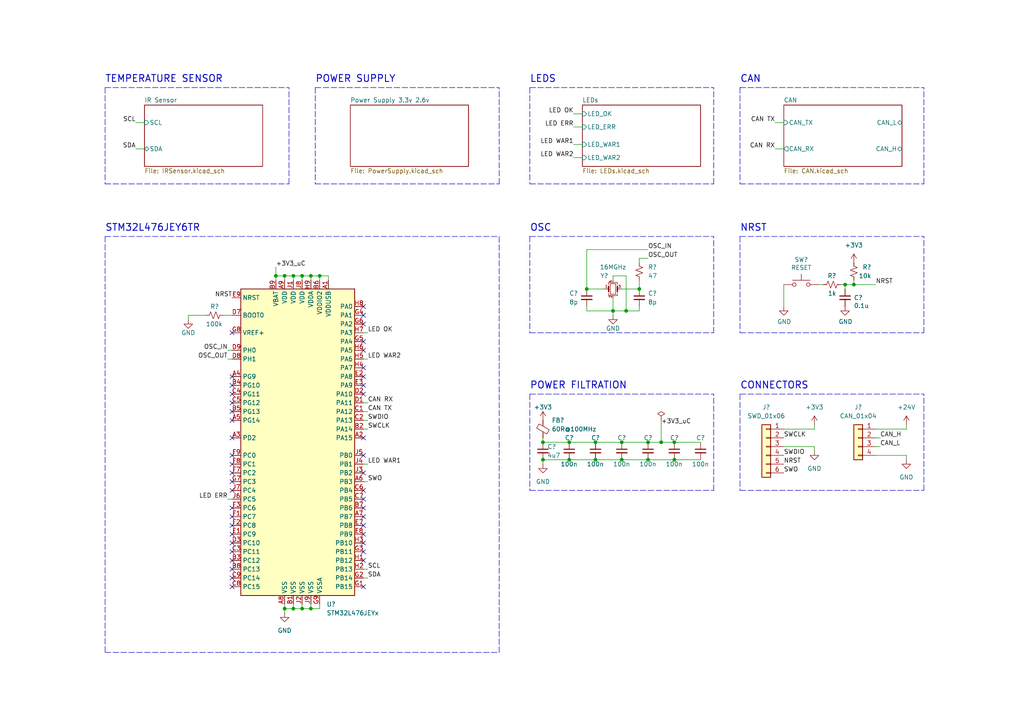
<source format=kicad_sch>
(kicad_sch (version 20211123) (generator eeschema)
  (paper "A4")
  (title_block (title "Tire Temp Sensor v2.0"))
  (lib_symbols
    (symbol "Connector_Generic:Conn_01x04" (pin_names (offset 1.016) hide)
      (property "Reference" "J" (at 0 5.08 0))
      (property "Value" "Conn_01x04" (at 0 -7.62 0))
      (symbol "Conn_01x04_1_1"
        (rectangle (start -1.27 -4.953) (end 0 -5.207) (stroke (width 0.1524)))
        (rectangle (start -1.27 -2.413) (end 0 -2.667) (stroke (width 0.1524)))
        (rectangle (start -1.27 0.127) (end 0 -0.127) (stroke (width 0.1524)))
        (rectangle (start -1.27 2.667) (end 0 2.413) (stroke (width 0.1524)))
        (rectangle (start -1.27 3.81) (end 1.27 -6.35) (stroke (width 0.254)) (fill (type background)))
        (pin passive line (at -5.08 2.54 0) (length 3.81) (name "Pin_1") (number "1"))
        (pin passive line (at -5.08 0 0) (length 3.81) (name "Pin_2") (number "2"))
        (pin passive line (at -5.08 -2.54 0) (length 3.81) (name "Pin_3") (number "3"))
        (pin passive line (at -5.08 -5.08 0) (length 3.81) (name "Pin_4") (number "4"))
      )
    )
    (symbol "Connector_Generic:Conn_01x06" (pin_names (offset 1.016) hide)
      (property "Reference" "J" (at 0 7.62 0))
      (property "Value" "Conn_01x06" (at 0 -10.16 0))
      (symbol "Conn_01x06_1_1"
        (rectangle (start -1.27 -7.493) (end 0 -7.747) (stroke (width 0.1524)))
        (rectangle (start -1.27 -4.953) (end 0 -5.207) (stroke (width 0.1524)))
        (rectangle (start -1.27 -2.413) (end 0 -2.667) (stroke (width 0.1524)))
        (rectangle (start -1.27 0.127) (end 0 -0.127) (stroke (width 0.1524)))
        (rectangle (start -1.27 2.667) (end 0 2.413) (stroke (width 0.1524)))
        (rectangle (start -1.27 5.207) (end 0 4.953) (stroke (width 0.1524)))
        (rectangle (start -1.27 6.35) (end 1.27 -8.89) (stroke (width 0.254)) (fill (type background)))
        (pin passive line (at -5.08 5.08 0) (length 3.81) (name "Pin_1") (number "1"))
        (pin passive line (at -5.08 2.54 0) (length 3.81) (name "Pin_2") (number "2"))
        (pin passive line (at -5.08 0 0) (length 3.81) (name "Pin_3") (number "3"))
        (pin passive line (at -5.08 -2.54 0) (length 3.81) (name "Pin_4") (number "4"))
        (pin passive line (at -5.08 -5.08 0) (length 3.81) (name "Pin_5") (number "5"))
        (pin passive line (at -5.08 -7.62 0) (length 3.81) (name "Pin_6") (number "6"))
      )
    )
    (symbol "Device:C_Small" (pin_numbers hide) (pin_names (offset 0.254) hide)
      (property "Reference" "C" (at 0.254 1.778 0))
      (property "Value" "C_Small" (at 0.254 -2.032 0))
      (symbol "C_Small_0_1"
        (polyline (pts (xy -1.524 -0.508) (xy 1.524 -0.508)) (stroke (width 0.3302)))
        (polyline (pts (xy -1.524 0.508) (xy 1.524 0.508)) (stroke (width 0.3048)))
      )
      (symbol "C_Small_1_1"
        (pin passive line (at 0 2.54 270) (length 2.032) (name "~") (number "1"))
        (pin passive line (at 0 -2.54 90) (length 2.032) (name "~") (number "2"))
      )
    )
    (symbol "Device:Crystal_GND24_Small" (pin_names (offset 1.016) hide)
      (property "Reference" "Y" (at 1.27 4.445 0))
      (property "Value" "Crystal_GND24_Small" (at 1.27 2.54 0))
      (symbol "Crystal_GND24_Small_0_1"
        (rectangle (start -0.762 -1.524) (end 0.762 1.524))
        (polyline (pts (xy -1.27 -0.762) (xy -1.27 0.762)) (stroke (width 0.381)))
        (polyline (pts (xy 1.27 -0.762) (xy 1.27 0.762)) (stroke (width 0.381)))
        (polyline (pts (xy -1.27 -1.27) (xy -1.27 -1.905) (xy 1.27 -1.905) (xy 1.27 -1.27)))
        (polyline (pts (xy -1.27 1.27) (xy -1.27 1.905) (xy 1.27 1.905) (xy 1.27 1.27)))
      )
      (symbol "Crystal_GND24_Small_1_1"
        (pin passive line (at -2.54 0 0) (length 1.27) (name "1") (number "1"))
        (pin passive line (at 0 -2.54 90) (length 0.635) (name "2") (number "2"))
        (pin passive line (at 2.54 0 180) (length 1.27) (name "3") (number "3"))
        (pin passive line (at 0 2.54 270) (length 0.635) (name "4") (number "4"))
      )
    )
    (symbol "Device:FerriteBead_Small" (pin_numbers hide) (pin_names (offset 0))
      (property "Reference" "FB" (at 1.905 1.27 0))
      (property "Value" "FerriteBead_Small" (at 1.905 -1.27 0))
      (symbol "FerriteBead_Small_0_1"
        (polyline (pts (xy 0 -1.27) (xy 0 -0.7874)))
        (polyline (pts (xy 0 0.889) (xy 0 1.2954)))
        (polyline (pts (xy -1.8288 0.2794) (xy -1.1176 1.4986) (xy 1.8288 -0.2032) (xy 1.1176 -1.4224) (xy -1.8288 0.2794)))
      )
      (symbol "FerriteBead_Small_1_1"
        (pin passive line (at 0 2.54 270) (length 1.27) (name "~") (number "1"))
        (pin passive line (at 0 -2.54 90) (length 1.27) (name "~") (number "2"))
      )
    )
    (symbol "Device:R_Small_US" (pin_numbers hide) (pin_names (offset 0.254) hide)
      (property "Reference" "R" (at 0.762 0.508 0))
      (property "Value" "R_Small_US" (at 0.762 -1.016 0))
      (symbol "R_Small_US_1_1"
        (polyline (pts (xy 0 0) (xy 1.016 -0.381) (xy 0 -0.762) (xy -1.016 -1.143) (xy 0 -1.524)))
        (polyline (pts (xy 0 1.524) (xy 1.016 1.143) (xy 0 0.762) (xy -1.016 0.381) (xy 0 0)))
        (pin passive line (at 0 2.54 270) (length 1.016) (name "~") (number "1"))
        (pin passive line (at 0 -2.54 90) (length 1.016) (name "~") (number "2"))
      )
    )
    (symbol "MCU_ST_STM32L4:STM32L476JEYx"
      (property "Reference" "U" (at -17.78 44.45 0))
      (property "Value" "STM32L476JEYx" (at 10.16 44.45 0))
      (symbol "STM32L476JEYx_0_1"
        (rectangle (start -17.78 -45.72) (end 15.24 43.18) (stroke (width 0.254)) (fill (type background)))
      )
      (symbol "STM32L476JEYx_1_1"
        (pin power_in line (at 7.62 45.72 270) (length 2.54) (name "VDDUSB") (number "A1"))
        (pin bidirectional line (at 17.78 0 180) (length 2.54) (name "PA15") (number "A2"))
        (pin bidirectional line (at -20.32 0 0) (length 2.54) (name "PD2") (number "A3"))
        (pin bidirectional line (at -20.32 17.78 0) (length 2.54) (name "PG9") (number "A4"))
        (pin bidirectional line (at -20.32 5.08 0) (length 2.54) (name "PG14") (number "A5"))
        (pin bidirectional line (at 17.78 -12.7 180) (length 2.54) (name "PB3") (number "A6"))
        (pin bidirectional line (at 17.78 -22.86 180) (length 2.54) (name "PB7") (number "A7"))
        (pin power_in line (at -5.08 -48.26 90) (length 2.54) (name "VSS") (number "A8"))
        (pin power_in line (at -5.08 45.72 270) (length 2.54) (name "VDD") (number "A9"))
        (pin power_in line (at -2.54 -48.26 90) (length 2.54) (name "VSS") (number "B1"))
        (pin bidirectional line (at 17.78 2.54 180) (length 2.54) (name "PA14") (number "B2"))
        (pin bidirectional line (at -20.32 -35.56 0) (length 2.54) (name "PC12") (number "B3"))
        (pin bidirectional line (at -20.32 15.24 0) (length 2.54) (name "PG10") (number "B4"))
        (pin bidirectional line (at -20.32 7.62 0) (length 2.54) (name "PG13") (number "B5"))
        (pin power_in line (at 5.08 45.72 270) (length 2.54) (name "VDDIO2") (number "B6"))
        (pin bidirectional line (at 17.78 -20.32 180) (length 2.54) (name "PB6") (number "B7"))
        (pin bidirectional line (at -20.32 -38.1 0) (length 2.54) (name "PC13") (number "B8"))
        (pin power_in line (at -7.62 45.72 270) (length 2.54) (name "VBAT") (number "B9"))
        (pin bidirectional line (at 17.78 7.62 180) (length 2.54) (name "PA12") (number "C1"))
        (pin bidirectional line (at 17.78 5.08 180) (length 2.54) (name "PA13") (number "C2"))
        (pin bidirectional line (at -20.32 -33.02 0) (length 2.54) (name "PC11") (number "C3"))
        (pin bidirectional line (at -20.32 12.7 0) (length 2.54) (name "PG11") (number "C4"))
        (pin bidirectional line (at -20.32 10.16 0) (length 2.54) (name "PG12") (number "C5"))
        (pin bidirectional line (at 17.78 -15.24 180) (length 2.54) (name "PB4") (number "C6"))
        (pin bidirectional line (at 17.78 -17.78 180) (length 2.54) (name "PB5") (number "C7"))
        (pin bidirectional line (at -20.32 -43.18 0) (length 2.54) (name "PC15") (number "C8"))
        (pin bidirectional line (at -20.32 -40.64 0) (length 2.54) (name "PC14") (number "C9"))
        (pin bidirectional line (at 17.78 10.16 180) (length 2.54) (name "PA11") (number "D1"))
        (pin bidirectional line (at 17.78 12.7 180) (length 2.54) (name "PA10") (number "D2"))
        (pin bidirectional line (at -20.32 -30.48 0) (length 2.54) (name "PC10") (number "D3"))
        (pin input line (at -20.32 35.56 0) (length 2.54) (name "BOOT0") (number "D7"))
        (pin input line (at -20.32 22.86 0) (length 2.54) (name "PH1") (number "D8"))
        (pin input line (at -20.32 25.4 0) (length 2.54) (name "PH0") (number "D9"))
        (pin bidirectional line (at -20.32 -27.94 0) (length 2.54) (name "PC9") (number "E1"))
        (pin bidirectional line (at 17.78 17.78 180) (length 2.54) (name "PA8") (number "E2"))
        (pin bidirectional line (at 17.78 15.24 180) (length 2.54) (name "PA9") (number "E3"))
        (pin bidirectional line (at 17.78 -25.4 180) (length 2.54) (name "PB8") (number "E7"))
        (pin bidirectional line (at 17.78 -27.94 180) (length 2.54) (name "PB9") (number "E8"))
        (pin input line (at -20.32 40.64 0) (length 2.54) (name "NRST") (number "E9"))
        (pin bidirectional line (at -20.32 -22.86 0) (length 2.54) (name "PC7") (number "F1"))
        (pin bidirectional line (at -20.32 -25.4 0) (length 2.54) (name "PC8") (number "F2"))
        (pin bidirectional line (at -20.32 -20.32 0) (length 2.54) (name "PC6") (number "F3"))
        (pin bidirectional line (at -20.32 -10.16 0) (length 2.54) (name "PC2") (number "F7"))
        (pin bidirectional line (at -20.32 -7.62 0) (length 2.54) (name "PC1") (number "F8"))
        (pin bidirectional line (at -20.32 -5.08 0) (length 2.54) (name "PC0") (number "F9"))
        (pin bidirectional line (at 17.78 -43.18 180) (length 2.54) (name "PB15") (number "G1"))
        (pin bidirectional line (at 17.78 -40.64 180) (length 2.54) (name "PB14") (number "G2"))
        (pin bidirectional line (at 17.78 -33.02 180) (length 2.54) (name "PB11") (number "G3"))
        (pin bidirectional line (at 17.78 35.56 180) (length 2.54) (name "PA1") (number "G4"))
        (pin bidirectional line (at 17.78 27.94 180) (length 2.54) (name "PA4") (number "G5"))
        (pin bidirectional line (at 17.78 33.02 180) (length 2.54) (name "PA2") (number "G6"))
        (pin bidirectional line (at -20.32 -12.7 0) (length 2.54) (name "PC3") (number "G7"))
        (pin bidirectional line (at -20.32 30.48 0) (length 2.54) (name "VREF+") (number "G8"))
        (pin power_in line (at 5.08 -48.26 90) (length 2.54) (name "VSSA") (number "G9"))
        (pin bidirectional line (at 17.78 -35.56 180) (length 2.54) (name "PB12") (number "H1"))
        (pin bidirectional line (at 17.78 -38.1 180) (length 2.54) (name "PB13") (number "H2"))
        (pin bidirectional line (at 17.78 -30.48 180) (length 2.54) (name "PB10") (number "H3"))
        (pin bidirectional line (at 17.78 20.32 180) (length 2.54) (name "PA7") (number "H4"))
        (pin bidirectional line (at 17.78 22.86 180) (length 2.54) (name "PA6") (number "H5"))
        (pin bidirectional line (at 17.78 25.4 180) (length 2.54) (name "PA5") (number "H6"))
        (pin bidirectional line (at 17.78 30.48 180) (length 2.54) (name "PA3") (number "H7"))
        (pin bidirectional line (at 17.78 38.1 180) (length 2.54) (name "PA0") (number "H8"))
        (pin power_in line (at 2.54 45.72 270) (length 2.54) (name "VDDA") (number "H9"))
        (pin power_in line (at -2.54 45.72 270) (length 2.54) (name "VDD") (number "J1"))
        (pin power_in line (at 0 -48.26 90) (length 2.54) (name "VSS") (number "J2"))
        (pin bidirectional line (at 17.78 -10.16 180) (length 2.54) (name "PB2") (number "J3"))
        (pin bidirectional line (at 17.78 -7.62 180) (length 2.54) (name "PB1") (number "J4"))
        (pin bidirectional line (at 17.78 -5.08 180) (length 2.54) (name "PB0") (number "J5"))
        (pin bidirectional line (at -20.32 -17.78 0) (length 2.54) (name "PC5") (number "J6"))
        (pin bidirectional line (at -20.32 -15.24 0) (length 2.54) (name "PC4") (number "J7"))
        (pin power_in line (at 0 45.72 270) (length 2.54) (name "VDD") (number "J8"))
        (pin power_in line (at 2.54 -48.26 90) (length 2.54) (name "VSS") (number "J9"))
      )
    )
    (symbol "SB-Spoko-Bezpieczniki-rescue:C_Small-Device" (pin_numbers hide) (pin_names (offset 0.254) hide)
      (property "Reference" "C" (at 0.254 1.778 0))
      (property "Value" "SB-Spoko-Bezpieczniki-rescue_C_Small-Device" (at 0.254 -2.032 0))
      (symbol "C_Small-Device_0_1"
        (polyline (pts (xy -1.524 -0.508) (xy 1.524 -0.508)) (stroke (width 0.3302)))
        (polyline (pts (xy -1.524 0.508) (xy 1.524 0.508)) (stroke (width 0.3048)))
      )
      (symbol "C_Small-Device_1_1"
        (pin passive line (at 0 2.54 270) (length 2.032) (name "~") (number "1"))
        (pin passive line (at 0 -2.54 90) (length 2.032) (name "~") (number "2"))
      )
    )
    (symbol "SB-Spoko-Bezpieczniki-rescue:GND-power" (power) (pin_names (offset 0))
      (property "Value" "SB-Spoko-Bezpieczniki-rescue_GND-power" (at 0 -3.81 0))
      (symbol "GND-power_0_1"
        (polyline (pts (xy 0 0) (xy 0 -1.27) (xy 1.27 -1.27) (xy 0 -2.54) (xy -1.27 -1.27) (xy 0 -1.27)))
      )
      (symbol "GND-power_1_1"
        (pin power_in line (at 0 0 270) (length 0) hide (name "GND") (number "1"))
      )
    )
    (symbol "SB-Spoko-Bezpieczniki-rescue:SW_Push-Switch" (pin_numbers hide) (pin_names (offset 1.016) hide)
      (property "Reference" "SW" (at 1.27 2.54 0))
      (property "Value" "SB-Spoko-Bezpieczniki-rescue_SW_Push-Switch" (at 0 -1.524 0))
      (symbol "SW_Push-Switch_0_1"
        (circle (center -2.032 0) (radius 0.508))
        (polyline (pts (xy 0 1.27) (xy 0 3.048)))
        (polyline (pts (xy 2.54 1.27) (xy -2.54 1.27)))
        (circle (center 2.032 0) (radius 0.508))
        (pin passive line (at -5.08 0 0) (length 2.54) (name "1") (number "1"))
        (pin passive line (at 5.08 0 180) (length 2.54) (name "2") (number "2"))
      )
    )
    (symbol "power:+24V" (power) (pin_names (offset 0))
      (property "Value" "+24V" (at 0 3.556 0))
      (symbol "+24V_0_1"
        (polyline (pts (xy -0.762 1.27) (xy 0 2.54)))
        (polyline (pts (xy 0 0) (xy 0 2.54)))
        (polyline (pts (xy 0 2.54) (xy 0.762 1.27)))
      )
      (symbol "+24V_1_1"
        (pin power_in line (at 0 0 90) (length 0) hide (name "+24V") (number "1"))
      )
    )
    (symbol "power:+3V3" (power) (pin_names (offset 0))
      (property "Value" "+3V3" (at 0 3.556 0))
      (symbol "+3V3_0_1"
        (polyline (pts (xy -0.762 1.27) (xy 0 2.54)))
        (polyline (pts (xy 0 0) (xy 0 2.54)))
        (polyline (pts (xy 0 2.54) (xy 0.762 1.27)))
      )
      (symbol "+3V3_1_1"
        (pin power_in line (at 0 0 90) (length 0) hide (name "+3V3") (number "1"))
      )
    )
    (symbol "power:GND" (power) (pin_names (offset 0))
      (property "Value" "GND" (at 0 -3.81 0))
      (symbol "GND_0_1"
        (polyline (pts (xy 0 0) (xy 0 -1.27) (xy 1.27 -1.27) (xy 0 -2.54) (xy -1.27 -1.27) (xy 0 -1.27)))
      )
      (symbol "GND_1_1"
        (pin power_in line (at 0 0 270) (length 0) hide (name "GND") (number "1"))
      )
    )
    (symbol "power:PWR_FLAG" (power) (pin_numbers hide) (pin_names (offset 0) hide)
      (property "Value" "PWR_FLAG" (at 0 3.81 0))
      (symbol "PWR_FLAG_0_0"
        (pin power_out line (at 0 0 90) (length 0) (name "pwr") (number "1"))
      )
      (symbol "PWR_FLAG_0_1"
        (polyline (pts (xy 0 0) (xy 0 1.27) (xy -1.016 1.905) (xy 0 2.54) (xy 1.016 1.905) (xy 0 1.27)))
      )
    )
  )
  (junction (at 80.01 80.01))
  (junction (at 92.71 80.01))
  (junction (at 185.42 83.82))
  (junction (at 247.65 82.55))
  (junction (at 181.61 90.17))
  (junction (at 172.72 133.35))
  (junction (at 180.34 128.27))
  (junction (at 187.96 128.27))
  (junction (at 170.18 83.82))
  (junction (at 90.17 176.53))
  (junction (at 157.48 133.35))
  (junction (at 90.17 80.01))
  (junction (at 82.55 80.01))
  (junction (at 165.1 128.27))
  (junction (at 87.63 176.53))
  (junction (at 187.96 133.35))
  (junction (at 195.58 133.35))
  (junction (at 191.77 128.27))
  (junction (at 82.55 176.53))
  (junction (at 177.8 90.17))
  (junction (at 85.09 80.01))
  (junction (at 195.58 128.27))
  (junction (at 87.63 80.01))
  (junction (at 157.48 128.27))
  (junction (at 180.34 133.35))
  (junction (at 85.09 176.53))
  (junction (at 245.11 82.55))
  (junction (at 165.1 133.35))
  (junction (at 172.72 128.27))
  (no_connect (at 105.41 127))
  (no_connect (at 105.41 132.08))
  (no_connect (at 67.31 132.08))
  (no_connect (at 67.31 134.62))
  (no_connect (at 67.31 137.16))
  (no_connect (at 67.31 127))
  (no_connect (at 67.31 121.92))
  (no_connect (at 67.31 116.84))
  (no_connect (at 67.31 119.38))
  (no_connect (at 67.31 114.3))
  (no_connect (at 67.31 111.76))
  (no_connect (at 67.31 96.52))
  (no_connect (at 67.31 109.22))
  (no_connect (at 67.31 157.48))
  (no_connect (at 67.31 154.94))
  (no_connect (at 67.31 149.86))
  (no_connect (at 67.31 152.4))
  (no_connect (at 67.31 139.7))
  (no_connect (at 67.31 147.32))
  (no_connect (at 67.31 142.24))
  (no_connect (at 67.31 160.02))
  (no_connect (at 105.41 137.16))
  (no_connect (at 67.31 170.18))
  (no_connect (at 67.31 165.1))
  (no_connect (at 67.31 167.64))
  (no_connect (at 67.31 162.56))
  (no_connect (at 105.41 162.56))
  (no_connect (at 105.41 157.48))
  (no_connect (at 105.41 160.02))
  (no_connect (at 105.41 154.94))
  (no_connect (at 105.41 170.18))
  (no_connect (at 105.41 152.4))
  (no_connect (at 105.41 149.86))
  (no_connect (at 105.41 142.24))
  (no_connect (at 105.41 147.32))
  (no_connect (at 105.41 144.78))
  (no_connect (at 105.41 109.22))
  (no_connect (at 105.41 111.76))
  (no_connect (at 105.41 114.3))
  (no_connect (at 105.41 106.68))
  (no_connect (at 105.41 91.44))
  (no_connect (at 105.41 93.98))
  (no_connect (at 105.41 101.6))
  (no_connect (at 105.41 88.9))
  (no_connect (at 105.41 99.06))
  (polyline (pts (xy 153.67 68.58) (xy 207.01 68.58)))
  (wire (pts (xy 95.25 81.28) (xy 95.25 80.01)))
  (wire (pts (xy 177.8 91.44) (xy 177.8 90.17)))
  (polyline (pts (xy 267.97 96.52) (xy 267.97 68.58)))
  (polyline (pts (xy 91.44 25.4) (xy 144.78 25.4)))
  (wire (pts (xy 90.17 80.01) (xy 87.63 80.01)))
  (polyline (pts (xy 214.63 96.52) (xy 267.97 96.52)))
  (wire (pts (xy 92.71 176.53) (xy 92.71 175.26)))
  (polyline (pts (xy 30.48 25.4) (xy 83.82 25.4)))
  (polyline (pts (xy 83.82 53.34) (xy 83.82 25.4)))
  (wire (pts (xy 195.58 128.27) (xy 203.2 128.27)))
  (wire (pts (xy 243.84 82.55) (xy 245.11 82.55)))
  (wire (pts (xy 82.55 80.01) (xy 82.55 81.28)))
  (wire (pts (xy 170.18 72.39) (xy 170.18 83.82)))
  (polyline (pts (xy 214.63 68.58) (xy 214.63 96.52)))
  (wire (pts (xy 227.33 129.54) (xy 236.22 129.54)))
  (wire (pts (xy 106.68 165.1) (xy 105.41 165.1)))
  (polyline (pts (xy 153.67 53.34) (xy 207.01 53.34)))
  (wire (pts (xy 87.63 80.01) (xy 87.63 81.28)))
  (wire (pts (xy 64.77 91.44) (xy 67.31 91.44)))
  (wire (pts (xy 181.61 80.01) (xy 181.61 90.17)))
  (wire (pts (xy 262.89 132.08) (xy 262.89 133.35)))
  (wire (pts (xy 227.33 82.55) (xy 227.33 88.9)))
  (wire (pts (xy 170.18 88.9) (xy 170.18 90.17)))
  (wire (pts (xy 85.09 80.01) (xy 82.55 80.01)))
  (wire (pts (xy 157.48 127) (xy 157.48 128.27)))
  (wire (pts (xy 187.96 133.35) (xy 195.58 133.35)))
  (wire (pts (xy 87.63 175.26) (xy 87.63 176.53)))
  (wire (pts (xy 92.71 80.01) (xy 90.17 80.01)))
  (wire (pts (xy 245.11 82.55) (xy 247.65 82.55)))
  (wire (pts (xy 177.8 86.36) (xy 177.8 90.17)))
  (wire (pts (xy 236.22 124.46) (xy 236.22 123.19)))
  (wire (pts (xy 236.22 129.54) (xy 236.22 130.81)))
  (wire (pts (xy 54.61 91.44) (xy 59.69 91.44)))
  (polyline (pts (xy 30.48 189.23) (xy 144.78 189.23)))
  (wire (pts (xy 172.72 128.27) (xy 180.34 128.27)))
  (wire (pts (xy 106.68 124.46) (xy 105.41 124.46)))
  (wire (pts (xy 245.11 83.82) (xy 245.11 82.55)))
  (wire (pts (xy 195.58 133.35) (xy 203.2 133.35)))
  (polyline (pts (xy 153.67 114.3) (xy 153.67 142.24)))
  (wire (pts (xy 82.55 80.01) (xy 80.01 80.01)))
  (polyline (pts (xy 30.48 25.4) (xy 30.48 53.34)))
  (polyline (pts (xy 153.67 142.24) (xy 207.01 142.24)))
  (wire (pts (xy 187.96 128.27) (xy 191.77 128.27)))
  (wire (pts (xy 254 129.54) (xy 255.27 129.54)))
  (polyline (pts (xy 214.63 114.3) (xy 267.97 114.3)))
  (wire (pts (xy 66.04 101.6) (xy 67.31 101.6)))
  (polyline (pts (xy 267.97 53.34) (xy 267.97 25.4)))
  (polyline (pts (xy 153.67 25.4) (xy 207.01 25.4)))
  (polyline (pts (xy 153.67 68.58) (xy 153.67 96.52)))
  (wire (pts (xy 82.55 175.26) (xy 82.55 176.53)))
  (wire (pts (xy 66.04 104.14) (xy 67.31 104.14)))
  (wire (pts (xy 106.68 119.38) (xy 105.41 119.38)))
  (polyline (pts (xy 267.97 142.24) (xy 267.97 114.3)))
  (wire (pts (xy 157.48 133.35) (xy 165.1 133.35)))
  (wire (pts (xy 90.17 175.26) (xy 90.17 176.53)))
  (polyline (pts (xy 30.48 53.34) (xy 83.82 53.34)))
  (polyline (pts (xy 30.48 68.58) (xy 30.48 189.23)))
  (polyline (pts (xy 91.44 25.4) (xy 91.44 53.34)))
  (wire (pts (xy 82.55 176.53) (xy 85.09 176.53)))
  (wire (pts (xy 224.79 43.18) (xy 227.33 43.18)))
  (wire (pts (xy 180.34 83.82) (xy 185.42 83.82)))
  (polyline (pts (xy 214.63 25.4) (xy 214.63 53.34)))
  (wire (pts (xy 80.01 77.47) (xy 80.01 80.01)))
  (wire (pts (xy 227.33 124.46) (xy 236.22 124.46)))
  (wire (pts (xy 105.41 116.84) (xy 106.68 116.84)))
  (wire (pts (xy 105.41 121.92) (xy 106.68 121.92)))
  (wire (pts (xy 172.72 133.35) (xy 180.34 133.35)))
  (wire (pts (xy 87.63 176.53) (xy 90.17 176.53)))
  (wire (pts (xy 105.41 167.64) (xy 106.68 167.64)))
  (polyline (pts (xy 144.78 53.34) (xy 144.78 25.4)))
  (wire (pts (xy 106.68 139.7) (xy 105.41 139.7)))
  (wire (pts (xy 262.89 124.46) (xy 262.89 123.19)))
  (wire (pts (xy 165.1 133.35) (xy 172.72 133.35)))
  (polyline (pts (xy 153.67 114.3) (xy 207.01 114.3)))
  (wire (pts (xy 247.65 81.28) (xy 247.65 82.55)))
  (wire (pts (xy 175.26 83.82) (xy 170.18 83.82)))
  (polyline (pts (xy 214.63 114.3) (xy 214.63 142.24)))
  (wire (pts (xy 82.55 176.53) (xy 82.55 177.8)))
  (wire (pts (xy 85.09 80.01) (xy 85.09 81.28)))
  (wire (pts (xy 185.42 90.17) (xy 185.42 88.9)))
  (wire (pts (xy 177.8 90.17) (xy 181.61 90.17)))
  (wire (pts (xy 254 124.46) (xy 262.89 124.46)))
  (wire (pts (xy 185.42 74.93) (xy 185.42 76.2)))
  (wire (pts (xy 166.37 41.91) (xy 168.91 41.91)))
  (wire (pts (xy 255.27 127) (xy 254 127)))
  (wire (pts (xy 166.37 36.83) (xy 168.91 36.83)))
  (polyline (pts (xy 207.01 142.24) (xy 207.01 114.3)))
  (wire (pts (xy 191.77 121.92) (xy 191.77 128.27)))
  (polyline (pts (xy 153.67 96.52) (xy 207.01 96.52)))
  (wire (pts (xy 185.42 81.28) (xy 185.42 83.82)))
  (wire (pts (xy 90.17 80.01) (xy 90.17 81.28)))
  (wire (pts (xy 105.41 134.62) (xy 106.68 134.62)))
  (wire (pts (xy 105.41 96.52) (xy 106.68 96.52)))
  (polyline (pts (xy 144.78 189.23) (xy 144.78 68.58)))
  (polyline (pts (xy 214.63 68.58) (xy 267.97 68.58)))
  (wire (pts (xy 177.8 81.28) (xy 177.8 80.01)))
  (wire (pts (xy 54.61 92.71) (xy 54.61 91.44)))
  (wire (pts (xy 92.71 80.01) (xy 92.71 81.28)))
  (polyline (pts (xy 91.44 53.34) (xy 144.78 53.34)))
  (wire (pts (xy 181.61 90.17) (xy 185.42 90.17)))
  (wire (pts (xy 85.09 175.26) (xy 85.09 176.53)))
  (wire (pts (xy 157.48 133.35) (xy 157.48 134.62)))
  (wire (pts (xy 180.34 133.35) (xy 187.96 133.35)))
  (wire (pts (xy 95.25 80.01) (xy 92.71 80.01)))
  (polyline (pts (xy 214.63 142.24) (xy 267.97 142.24)))
  (wire (pts (xy 185.42 74.93) (xy 187.96 74.93)))
  (polyline (pts (xy 207.01 53.34) (xy 207.01 25.4)))
  (polyline (pts (xy 214.63 25.4) (xy 267.97 25.4)))
  (wire (pts (xy 157.48 128.27) (xy 165.1 128.27)))
  (wire (pts (xy 237.49 82.55) (xy 238.76 82.55)))
  (wire (pts (xy 85.09 176.53) (xy 87.63 176.53)))
  (wire (pts (xy 170.18 72.39) (xy 187.96 72.39)))
  (wire (pts (xy 39.37 35.56) (xy 41.91 35.56)))
  (wire (pts (xy 224.79 35.56) (xy 227.33 35.56)))
  (polyline (pts (xy 153.67 25.4) (xy 153.67 53.34)))
  (wire (pts (xy 66.04 144.78) (xy 67.31 144.78)))
  (wire (pts (xy 90.17 176.53) (xy 92.71 176.53)))
  (polyline (pts (xy 30.48 68.58) (xy 144.78 68.58)))
  (wire (pts (xy 191.77 128.27) (xy 195.58 128.27)))
  (polyline (pts (xy 207.01 96.52) (xy 207.01 68.58)))
  (wire (pts (xy 166.37 33.02) (xy 168.91 33.02)))
  (wire (pts (xy 254 132.08) (xy 262.89 132.08)))
  (polyline (pts (xy 214.63 53.34) (xy 267.97 53.34)))
  (wire (pts (xy 80.01 80.01) (xy 80.01 81.28)))
  (wire (pts (xy 247.65 82.55) (xy 254 82.55)))
  (wire (pts (xy 170.18 90.17) (xy 177.8 90.17)))
  (wire (pts (xy 87.63 80.01) (xy 85.09 80.01)))
  (wire (pts (xy 39.37 43.18) (xy 41.91 43.18)))
  (wire (pts (xy 177.8 80.01) (xy 181.61 80.01)))
  (wire (pts (xy 105.41 104.14) (xy 106.68 104.14)))
  (wire (pts (xy 166.37 45.72) (xy 168.91 45.72)))
  (wire (pts (xy 180.34 128.27) (xy 187.96 128.27)))
  (wire (pts (xy 165.1 128.27) (xy 172.72 128.27)))
  (text "NRST" (at 214.63 67.31 0) (effects (font (size 2 2) (thickness 0.254) bold) (justify left bottom)))
  (text "POWER SUPPLY" (at 91.44 24.13 0) (effects (font (size 2 2) (thickness 0.254) bold) (justify left bottom)))
  (text "OSC\n" (at 153.67 67.31 0) (effects (font (size 2 2) (thickness 0.254) bold) (justify left bottom)))
  (text "STM32L476JEY6TR\n" (at 30.48 67.31 0) (effects (font (size 2 2) (thickness 0.254) bold) (justify left bottom)))
  (text "CAN" (at 214.63 24.13 0) (effects (font (size 2 2) (thickness 0.254) bold) (justify left bottom)))
  (text "POWER FILTRATION" (at 153.67 113.03 0) (effects (font (size 2 2) (thickness 0.254) bold) (justify left bottom)))
  (text "LEDS" (at 153.67 24.13 0) (effects (font (size 2 2) (thickness 0.254) bold) (justify left bottom)))
  (text "CONNECTORS\n" (at 214.63 113.03 0) (effects (font (size 2 2) (thickness 0.254) bold) (justify left bottom)))
  (text "TEMPERATURE SENSOR" (at 30.48 24.13 0) (effects (font (size 2 2) (thickness 0.254) bold) (justify left bottom)))
  (label "SDA" (at 106.68 167.64 0))
  (label "LED WAR2" (at 166.37 45.72 180))
  (label "SWDIO" (at 106.68 121.92 0))
  (label "CAN_L" (at 255.27 129.54 0))
  (label "OSC_IN" (at 187.96 72.39 0))
  (label "LED WAR2" (at 106.68 104.14 0))
  (label "SWCLK" (at 227.33 127 0))
  (label "LED WAR1" (at 106.68 134.62 0))
  (label "CAN_H" (at 255.27 127 0))
  (label "+3V3_uC" (at 191.77 123.19 0))
  (label "NRST" (at 227.33 134.62 0))
  (label "SWO" (at 106.68 139.7 0))
  (label "NRST" (at 254 82.55 0))
  (label "LED WAR1" (at 166.37 41.91 180))
  (label "CAN RX" (at 224.79 43.18 180))
  (label "LED ERR" (at 66.04 144.78 180))
  (label "OSC_OUT" (at 187.96 74.93 0))
  (label "SCL" (at 106.68 165.1 0))
  (label "SWCLK" (at 106.68 124.46 0))
  (label "CAN RX" (at 106.68 116.84 0))
  (label "OSC_OUT" (at 66.04 104.14 180))
  (label "LED OK" (at 166.37 33.02 180))
  (label "NRST" (at 67.31 86.36 180))
  (label "LED ERR" (at 166.37 36.83 180))
  (label "CAN TX" (at 224.79 35.56 180))
  (label "SCL" (at 39.37 35.56 180))
  (label "LED OK" (at 106.68 96.52 0))
  (label "CAN TX" (at 106.68 119.38 0))
  (label "OSC_IN" (at 66.04 101.6 180))
  (label "SWDIO" (at 227.33 132.08 0))
  (label "+3V3_uC" (at 80.01 77.47 0))
  (label "SDA" (at 39.37 43.18 180))
  (label "SWO" (at 227.33 137.16 0))
  (symbol (lib_id "power:GND") (at 82.55 177.8 0) (unit 1)
    (property "Reference" "#PWR?" (effects hide))
    (property "Value" "GND" (at 82.55 182.88 0))
  )
  (symbol (lib_id "SB-Spoko-Bezpieczniki-rescue:GND-power") (at 227.33 88.9 0) (unit 1)
    (property "Reference" "#PWR?" (effects hide))
    (property "Value" "GND" (at 227.457 93.2942 0))
  )
  (symbol (lib_id "power:+3V3") (at 247.65 76.2 0) (unit 1)
    (property "Reference" "#PWR?" (effects hide))
    (property "Value" "+3V3" (at 247.65 71.12 0))
  )
  (symbol (lib_id "power:GND") (at 262.89 133.35 0) (mirror y) (unit 1)
    (property "Reference" "#PWR?" (effects hide))
    (property "Value" "GND" (at 262.89 138.43 0))
  )
  (symbol (lib_id "Device:C_Small") (at 170.18 86.36 0) (unit 1)
    (property "Reference" "C?" (at 165.1 85.09 0) (effects (justify left)))
    (property "Value" "8p" (at 165.1 87.63 0) (effects (justify left)))
    (property "Footprint" "Capacitor_SMD:C_0603_1608Metric" (effects hide))
  )
  (symbol (lib_id "Device:C_Small") (at 180.34 130.81 0) (unit 1)
    (property "Reference" "C?" (at 179.07 127 0) (effects (justify left)))
    (property "Value" "100n" (at 177.8 134.62 0) (effects (justify left)))
    (property "Footprint" "Capacitor_SMD:C_0603_1608Metric" (effects hide))
  )
  (symbol (lib_id "Device:R_Small_US") (at 62.23 91.44 270) (unit 1)
    (property "Reference" "R?" (at 60.96 88.9 90) (effects (justify left)))
    (property "Value" "100k" (at 59.69 93.98 90) (effects (justify left)))
    (property "Footprint" "Resistor_SMD:R_0603_1608Metric" (effects hide))
  )
  (symbol (lib_id "Connector_Generic:Conn_01x04") (at 248.92 127 0) (mirror y) (unit 1)
    (property "Reference" "J?" (at 248.92 118.11 0))
    (property "Value" "CAN_01x04" (at 248.92 120.65 0))
    (property "Footprint" "SOLDER_PAD_01x04:SolderWirePad_1x04_SMD_1x2mm" (effects hide))
  )
  (symbol (lib_id "Device:FerriteBead_Small") (at 157.48 124.46 0) (unit 1)
    (property "Reference" "FB?" (at 160.02 121.92 0) (effects (justify left)))
    (property "Value" "60R@100MHz" (at 160.02 124.46 0) (effects (justify left)))
    (property "Footprint" "Inductor_SMD:L_0603_1608Metric" (effects hide))
  )
  (symbol (lib_id "Device:C_Small") (at 187.96 130.81 0) (unit 1)
    (property "Reference" "C?" (at 186.69 127 0) (effects (justify left)))
    (property "Value" "100n" (at 185.42 134.62 0) (effects (justify left)))
    (property "Footprint" "Capacitor_SMD:C_0603_1608Metric" (effects hide))
  )
  (symbol (lib_id "power:GND") (at 236.22 130.81 0) (mirror y) (unit 1)
    (property "Reference" "#PWR?" (effects hide))
    (property "Value" "GND" (at 236.22 135.89 0))
  )
  (symbol (lib_id "SB-Spoko-Bezpieczniki-rescue:SW_Push-Switch") (at 232.41 82.55 0) (unit 1)
    (property "Reference" "SW?" (at 232.41 75.311 0))
    (property "Value" "RESET" (at 232.41 77.6224 0))
    (property "Footprint" "BUTTON:434781025816" (effects hide))
  )
  (symbol (lib_id "power:+24V") (at 262.89 123.19 0) (unit 1)
    (property "Reference" "#PWR?" (effects hide))
    (property "Value" "+24V" (at 262.89 118.11 0))
  )
  (symbol (lib_id "power:+3V3") (at 157.48 121.92 0) (unit 1)
    (property "Reference" "#PWR?" (effects hide))
    (property "Value" "+3V3" (at 157.48 118.11 0))
  )
  (symbol (lib_id "power:GND") (at 177.8 91.44 0) (unit 1)
    (property "Reference" "#PWR?" (effects hide))
    (property "Value" "GND" (at 177.8 95.25 0))
  )
  (symbol (lib_id "Device:C_Small") (at 172.72 130.81 0) (unit 1)
    (property "Reference" "C?" (at 171.45 127 0) (effects (justify left)))
    (property "Value" "100n" (at 170.18 134.62 0) (effects (justify left)))
    (property "Footprint" "Capacitor_SMD:C_0603_1608Metric" (effects hide))
  )
  (symbol (lib_id "power:+3V3") (at 236.22 123.19 0) (mirror y) (unit 1)
    (property "Reference" "#PWR?" (effects hide))
    (property "Value" "+3V3" (at 236.22 118.11 0))
  )
  (symbol (lib_id "power:GND") (at 54.61 92.71 0) (unit 1)
    (property "Reference" "#PWR?" (effects hide))
    (property "Value" "GND" (at 54.61 96.52 0))
  )
  (symbol (lib_id "Device:Crystal_GND24_Small") (at 177.8 83.82 0) (unit 1)
    (property "Reference" "Y?" (at 175.26 80.01 0))
    (property "Value" "16MGHz" (at 177.8 77.47 0))
    (property "Footprint" "Crystal:Crystal_SMD_SeikoEpson_TSX3225-4Pin_3.2x2.5mm" (effects hide))
  )
  (symbol (lib_id "Device:C_Small") (at 195.58 130.81 0) (unit 1)
    (property "Reference" "C?" (at 194.31 127 0) (effects (justify left)))
    (property "Value" "100n" (at 193.04 134.62 0) (effects (justify left)))
    (property "Footprint" "Capacitor_SMD:C_0603_1608Metric" (effects hide))
  )
  (symbol (lib_id "power:PWR_FLAG") (at 191.77 121.92 0) (unit 1)
    (property "Reference" "#FLG?" (effects hide))
    (property "Value" "PWR_FLAG" (effects hide))
  )
  (symbol (lib_id "MCU_ST_STM32L4:STM32L476JEYx") (at 87.63 127 0) (unit 1)
    (property "Reference" "U?" (at 94.7294 175.26 0) (effects (justify left)))
    (property "Value" "STM32L476JEYx" (at 94.7294 177.8 0) (effects (justify left)))
    (property "Footprint" "Package_CSP:ST_WLCSP-72_Die415" (effects hide))
    (property "Datasheet" "http://www.st.com/st-web-ui/static/active/en/resource/technical/document/datasheet/DM00108832.pdf" (effects hide))
  )
  (symbol (lib_id "Device:C_Small") (at 203.2 130.81 0) (unit 1)
    (property "Reference" "C?" (at 201.93 127 0) (effects (justify left)))
    (property "Value" "100n" (at 200.66 134.62 0) (effects (justify left)))
    (property "Footprint" "Capacitor_SMD:C_0603_1608Metric" (effects hide))
  )
  (symbol (lib_id "SB-Spoko-Bezpieczniki-rescue:GND-power") (at 245.11 88.9 0) (unit 1)
    (property "Reference" "#PWR?" (effects hide))
    (property "Value" "GND" (at 245.237 93.2942 0))
  )
  (symbol (lib_id "SB-Spoko-Bezpieczniki-rescue:C_Small-Device") (at 245.11 86.36 0) (unit 1)
    (property "Reference" "C?" (at 247.65 86.36 0) (effects (justify left)))
    (property "Value" "0.1u" (at 247.65 88.6714 0) (effects (justify left)))
    (property "Footprint" "Capacitor_SMD:C_0603_1608Metric" (effects hide))
  )
  (symbol (lib_id "Connector_Generic:Conn_01x06") (at 222.25 129.54 0) (mirror y) (unit 1)
    (property "Reference" "J?" (at 222.25 118.11 0))
    (property "Value" "SWD_01x06" (at 222.25 120.65 0))
    (property "Footprint" "Connector_PinHeader_2.54mm:PinHeader_1x06_P2.54mm_Vertical" (effects hide))
  )
  (symbol (lib_id "Device:R_Small_US") (at 247.65 78.74 180) (unit 1)
    (property "Reference" "R?" (at 252.73 77.47 0) (effects (justify left)))
    (property "Value" "10k" (at 252.73 80.01 0) (effects (justify left)))
    (property "Footprint" "Resistor_SMD:R_0603_1608Metric" (effects hide))
  )
  (symbol (lib_id "Device:R_Small_US") (at 185.42 78.74 0) (unit 1)
    (property "Reference" "R?" (at 187.96 77.47 0) (effects (justify left)))
    (property "Value" "47" (at 187.96 80.0099 0) (effects (justify left)))
    (property "Footprint" "Resistor_SMD:R_0603_1608Metric" (effects hide))
  )
  (symbol (lib_id "Device:C_Small") (at 165.1 130.81 0) (unit 1)
    (property "Reference" "C?" (at 163.83 127 0) (effects (justify left)))
    (property "Value" "100n" (at 162.56 134.62 0) (effects (justify left)))
    (property "Footprint" "Capacitor_SMD:C_0603_1608Metric" (effects hide))
  )
  (symbol (lib_id "power:GND") (at 157.48 134.62 0) (unit 1)
    (property "Reference" "#PWR?" (effects hide))
    (property "Value" "GND" (at 157.48 139.7 0))
  )
  (symbol (lib_id "Device:R_Small_US") (at 241.3 82.55 90) (unit 1)
    (property "Reference" "R?" (at 242.57 80.01 90) (effects (justify left)))
    (property "Value" "1k" (at 242.57 85.09 90) (effects (justify left)))
    (property "Footprint" "Resistor_SMD:R_0603_1608Metric" (effects hide))
  )
  (symbol (lib_id "Device:C_Small") (at 157.48 130.81 0) (unit 1)
    (property "Reference" "C?" (at 158.75 129.54 0) (effects (justify left)))
    (property "Value" "4u7" (at 158.75 132.08 0) (effects (justify left)))
    (property "Footprint" "Capacitor_SMD:C_0603_1608Metric" (effects hide))
  )
  (symbol (lib_id "Device:C_Small") (at 185.42 86.36 0) (unit 1)
    (property "Reference" "C?" (at 187.96 85.0962 0) (effects (justify left)))
    (property "Value" "8p" (at 187.96 87.6362 0) (effects (justify left)))
    (property "Footprint" "Capacitor_SMD:C_0603_1608Metric" (effects hide))
  )
  (sheet (at 101.6 30.48) (size 34.29 17.78) (stroke (width 0.1524))
    (property "Sheet name" "Power Supply 3.3v 2.6v" (at 101.6 29.7684 0) (effects (justify left bottom)))
    (property "Sheet file" "PowerSupply.kicad_sch" (at 101.6 48.8446 0) (effects (justify left top)))
  )
  (sheet (at 227.33 30.48) (size 34.29 17.78) (stroke (width 0.1524))
    (property "Sheet name" "CAN" (at 227.33 29.7684 0) (effects (justify left bottom)))
    (property "Sheet file" "CAN.kicad_sch" (at 227.33 48.8446 0) (effects (justify left top)))
    (pin "CAN_L" bidirectional (at 261.62 35.56 0))
    (pin "CAN_H" bidirectional (at 261.62 43.18 0))
    (pin "CAN_TX" input (at 227.33 35.56 180))
    (pin "CAN_RX" output (at 227.33 43.18 180))
  )
  (sheet (at 41.91 30.48) (size 34.29 17.78) (stroke (width 0.1524))
    (property "Sheet name" "IR Sensor" (at 41.91 29.7684 0) (effects (justify left bottom)))
    (property "Sheet file" "IRSensor.kicad_sch" (at 41.91 48.8446 0) (effects (justify left top)))
    (pin "SCL" input (at 41.91 35.56 180))
    (pin "SDA" bidirectional (at 41.91 43.18 180))
  )
  (sheet (at 168.91 30.48) (size 34.29 17.78) (stroke (width 0.1524))
    (property "Sheet name" "LEDs" (at 168.91 29.7684 0) (effects (justify left bottom)))
    (property "Sheet file" "LEDs.kicad_sch" (at 168.91 48.8446 0) (effects (justify left top)))
    (pin "LED_WAR1" input (at 168.91 41.91 180))
    (pin "LED_ERR" input (at 168.91 36.83 180))
    (pin "LED_OK" input (at 168.91 33.02 180))
    (pin "LED_WAR2" input (at 168.91 45.72 180))
  )
)
</source>
